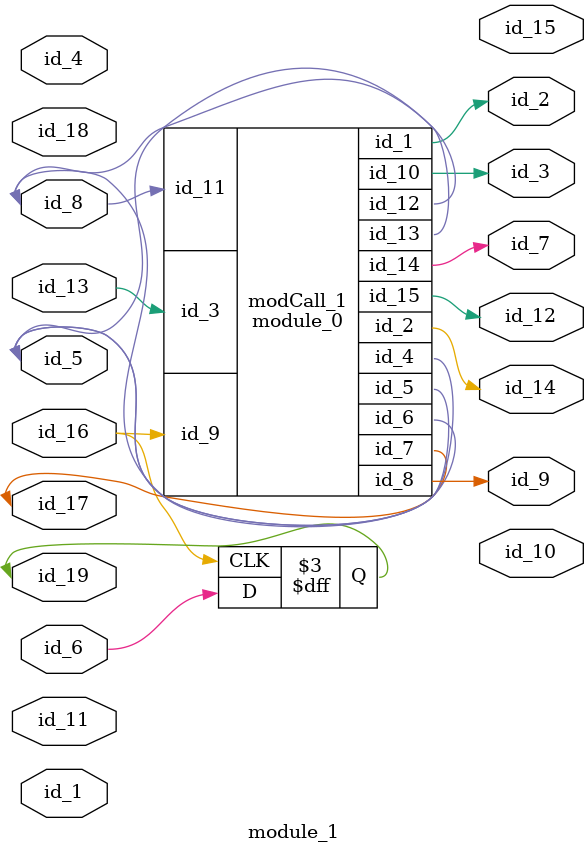
<source format=v>
module module_0 (
    id_1,
    id_2,
    id_3,
    id_4,
    id_5,
    id_6,
    id_7,
    id_8,
    id_9,
    id_10,
    id_11,
    id_12,
    id_13,
    id_14,
    id_15
);
  output wire id_15;
  output wire id_14;
  inout wire id_13;
  inout wire id_12;
  input wire id_11;
  output wire id_10;
  input wire id_9;
  output wire id_8;
  inout wire id_7;
  inout wire id_6;
  inout wire id_5;
  output wire id_4;
  input wire id_3;
  output wire id_2;
  output wire id_1;
  assign id_5 = id_5;
endmodule
module module_1 (
    id_1,
    id_2,
    id_3,
    id_4,
    id_5,
    id_6,
    id_7,
    id_8,
    id_9,
    id_10,
    id_11,
    id_12,
    id_13,
    id_14,
    id_15,
    id_16,
    id_17,
    id_18,
    id_19
);
  inout wire id_19;
  input wire id_18;
  inout wire id_17;
  input wire id_16;
  output wire id_15;
  output wire id_14;
  input wire id_13;
  output wire id_12;
  input wire id_11;
  output wire id_10;
  output wire id_9;
  inout wire id_8;
  output wire id_7;
  inout wire id_6;
  inout wire id_5;
  input wire id_4;
  output wire id_3;
  output wire id_2;
  input wire id_1;
  always @(id_8) begin : LABEL_0
    if (1) #1;
  end
  assign id_6 = id_6;
  module_0 modCall_1 (
      id_2,
      id_14,
      id_13,
      id_5,
      id_5,
      id_8,
      id_17,
      id_9,
      id_16,
      id_3,
      id_8,
      id_8,
      id_5,
      id_7,
      id_12
  );
  always @(posedge id_16) id_19 <= id_6;
endmodule

</source>
